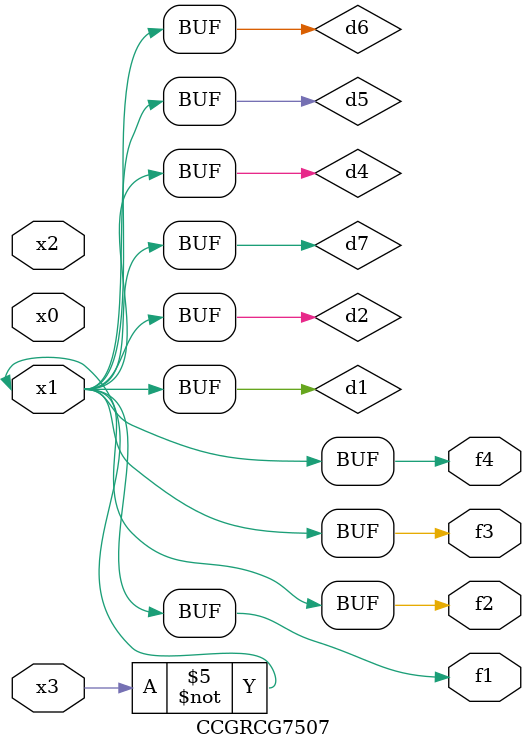
<source format=v>
module CCGRCG7507(
	input x0, x1, x2, x3,
	output f1, f2, f3, f4
);

	wire d1, d2, d3, d4, d5, d6, d7;

	not (d1, x3);
	buf (d2, x1);
	xnor (d3, d1, d2);
	nor (d4, d1);
	buf (d5, d1, d2);
	buf (d6, d4, d5);
	nand (d7, d4);
	assign f1 = d6;
	assign f2 = d7;
	assign f3 = d6;
	assign f4 = d6;
endmodule

</source>
